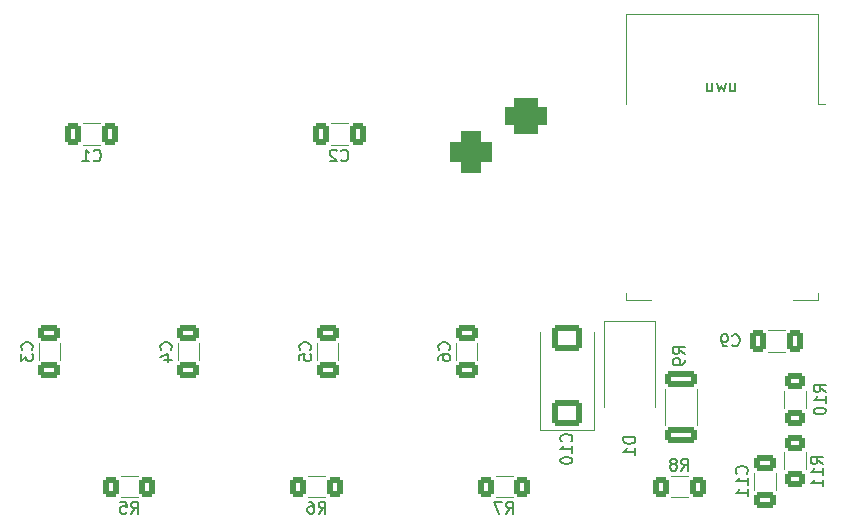
<source format=gbr>
%TF.GenerationSoftware,KiCad,Pcbnew,7.0.5*%
%TF.CreationDate,2023-07-03T19:11:47+08:00*%
%TF.ProjectId,raspnixie-kicad,72617370-6e69-4786-9965-2d6b69636164,rev?*%
%TF.SameCoordinates,Original*%
%TF.FileFunction,Legend,Bot*%
%TF.FilePolarity,Positive*%
%FSLAX46Y46*%
G04 Gerber Fmt 4.6, Leading zero omitted, Abs format (unit mm)*
G04 Created by KiCad (PCBNEW 7.0.5) date 2023-07-03 19:11:47*
%MOMM*%
%LPD*%
G01*
G04 APERTURE LIST*
G04 Aperture macros list*
%AMRoundRect*
0 Rectangle with rounded corners*
0 $1 Rounding radius*
0 $2 $3 $4 $5 $6 $7 $8 $9 X,Y pos of 4 corners*
0 Add a 4 corners polygon primitive as box body*
4,1,4,$2,$3,$4,$5,$6,$7,$8,$9,$2,$3,0*
0 Add four circle primitives for the rounded corners*
1,1,$1+$1,$2,$3*
1,1,$1+$1,$4,$5*
1,1,$1+$1,$6,$7*
1,1,$1+$1,$8,$9*
0 Add four rect primitives between the rounded corners*
20,1,$1+$1,$2,$3,$4,$5,0*
20,1,$1+$1,$4,$5,$6,$7,0*
20,1,$1+$1,$6,$7,$8,$9,0*
20,1,$1+$1,$8,$9,$2,$3,0*%
G04 Aperture macros list end*
%ADD10C,0.150000*%
%ADD11C,0.120000*%
%ADD12C,0.800000*%
%ADD13C,5.400000*%
%ADD14C,1.600000*%
%ADD15R,2.000000X2.000000*%
%ADD16C,2.000000*%
%ADD17R,1.600000X2.400000*%
%ADD18O,1.600000X2.400000*%
%ADD19R,2.400000X1.600000*%
%ADD20O,2.400000X1.600000*%
%ADD21R,2.000000X1.905000*%
%ADD22O,2.000000X1.905000*%
%ADD23R,3.500000X3.500000*%
%ADD24RoundRect,0.750000X-1.000000X0.750000X-1.000000X-0.750000X1.000000X-0.750000X1.000000X0.750000X0*%
%ADD25RoundRect,0.875000X-0.875000X0.875000X-0.875000X-0.875000X0.875000X-0.875000X0.875000X0.875000X0*%
%ADD26RoundRect,0.250000X-0.625000X0.400000X-0.625000X-0.400000X0.625000X-0.400000X0.625000X0.400000X0*%
%ADD27RoundRect,0.250000X-0.400000X-0.625000X0.400000X-0.625000X0.400000X0.625000X-0.400000X0.625000X0*%
%ADD28RoundRect,0.250000X0.400000X0.625000X-0.400000X0.625000X-0.400000X-0.625000X0.400000X-0.625000X0*%
%ADD29R,2.300000X3.500000*%
%ADD30R,2.500000X1.000000*%
%ADD31R,1.000000X1.800000*%
%ADD32RoundRect,0.250000X0.412500X0.650000X-0.412500X0.650000X-0.412500X-0.650000X0.412500X-0.650000X0*%
%ADD33RoundRect,0.250000X-0.650000X0.412500X-0.650000X-0.412500X0.650000X-0.412500X0.650000X0.412500X0*%
%ADD34RoundRect,0.249999X-1.075001X0.450001X-1.075001X-0.450001X1.075001X-0.450001X1.075001X0.450001X0*%
%ADD35RoundRect,0.250000X1.025000X-0.875000X1.025000X0.875000X-1.025000X0.875000X-1.025000X-0.875000X0*%
%ADD36RoundRect,0.250000X-0.412500X-0.650000X0.412500X-0.650000X0.412500X0.650000X-0.412500X0.650000X0*%
G04 APERTURE END LIST*
D10*
X127126904Y-39920152D02*
X127126904Y-40586819D01*
X127555475Y-39920152D02*
X127555475Y-40443961D01*
X127555475Y-40443961D02*
X127507856Y-40539200D01*
X127507856Y-40539200D02*
X127412618Y-40586819D01*
X127412618Y-40586819D02*
X127269761Y-40586819D01*
X127269761Y-40586819D02*
X127174523Y-40539200D01*
X127174523Y-40539200D02*
X127126904Y-40491580D01*
X126745951Y-39920152D02*
X126555475Y-40586819D01*
X126555475Y-40586819D02*
X126364999Y-40110628D01*
X126364999Y-40110628D02*
X126174523Y-40586819D01*
X126174523Y-40586819D02*
X125984047Y-39920152D01*
X125174523Y-39920152D02*
X125174523Y-40586819D01*
X125603094Y-39920152D02*
X125603094Y-40443961D01*
X125603094Y-40443961D02*
X125555475Y-40539200D01*
X125555475Y-40539200D02*
X125460237Y-40586819D01*
X125460237Y-40586819D02*
X125317380Y-40586819D01*
X125317380Y-40586819D02*
X125222142Y-40539200D01*
X125222142Y-40539200D02*
X125174523Y-40491580D01*
%TO.C,R10*%
X135201819Y-66032142D02*
X134725628Y-65698809D01*
X135201819Y-65460714D02*
X134201819Y-65460714D01*
X134201819Y-65460714D02*
X134201819Y-65841666D01*
X134201819Y-65841666D02*
X134249438Y-65936904D01*
X134249438Y-65936904D02*
X134297057Y-65984523D01*
X134297057Y-65984523D02*
X134392295Y-66032142D01*
X134392295Y-66032142D02*
X134535152Y-66032142D01*
X134535152Y-66032142D02*
X134630390Y-65984523D01*
X134630390Y-65984523D02*
X134678009Y-65936904D01*
X134678009Y-65936904D02*
X134725628Y-65841666D01*
X134725628Y-65841666D02*
X134725628Y-65460714D01*
X135201819Y-66984523D02*
X135201819Y-66413095D01*
X135201819Y-66698809D02*
X134201819Y-66698809D01*
X134201819Y-66698809D02*
X134344676Y-66603571D01*
X134344676Y-66603571D02*
X134439914Y-66508333D01*
X134439914Y-66508333D02*
X134487533Y-66413095D01*
X134201819Y-67603571D02*
X134201819Y-67698809D01*
X134201819Y-67698809D02*
X134249438Y-67794047D01*
X134249438Y-67794047D02*
X134297057Y-67841666D01*
X134297057Y-67841666D02*
X134392295Y-67889285D01*
X134392295Y-67889285D02*
X134582771Y-67936904D01*
X134582771Y-67936904D02*
X134820866Y-67936904D01*
X134820866Y-67936904D02*
X135011342Y-67889285D01*
X135011342Y-67889285D02*
X135106580Y-67841666D01*
X135106580Y-67841666D02*
X135154200Y-67794047D01*
X135154200Y-67794047D02*
X135201819Y-67698809D01*
X135201819Y-67698809D02*
X135201819Y-67603571D01*
X135201819Y-67603571D02*
X135154200Y-67508333D01*
X135154200Y-67508333D02*
X135106580Y-67460714D01*
X135106580Y-67460714D02*
X135011342Y-67413095D01*
X135011342Y-67413095D02*
X134820866Y-67365476D01*
X134820866Y-67365476D02*
X134582771Y-67365476D01*
X134582771Y-67365476D02*
X134392295Y-67413095D01*
X134392295Y-67413095D02*
X134297057Y-67460714D01*
X134297057Y-67460714D02*
X134249438Y-67508333D01*
X134249438Y-67508333D02*
X134201819Y-67603571D01*
%TO.C,R5*%
X76393743Y-76342896D02*
X76727076Y-75866705D01*
X76965171Y-76342896D02*
X76965171Y-75342896D01*
X76965171Y-75342896D02*
X76584219Y-75342896D01*
X76584219Y-75342896D02*
X76488981Y-75390515D01*
X76488981Y-75390515D02*
X76441362Y-75438134D01*
X76441362Y-75438134D02*
X76393743Y-75533372D01*
X76393743Y-75533372D02*
X76393743Y-75676229D01*
X76393743Y-75676229D02*
X76441362Y-75771467D01*
X76441362Y-75771467D02*
X76488981Y-75819086D01*
X76488981Y-75819086D02*
X76584219Y-75866705D01*
X76584219Y-75866705D02*
X76965171Y-75866705D01*
X75488981Y-75342896D02*
X75965171Y-75342896D01*
X75965171Y-75342896D02*
X76012790Y-75819086D01*
X76012790Y-75819086D02*
X75965171Y-75771467D01*
X75965171Y-75771467D02*
X75869933Y-75723848D01*
X75869933Y-75723848D02*
X75631838Y-75723848D01*
X75631838Y-75723848D02*
X75536600Y-75771467D01*
X75536600Y-75771467D02*
X75488981Y-75819086D01*
X75488981Y-75819086D02*
X75441362Y-75914324D01*
X75441362Y-75914324D02*
X75441362Y-76152419D01*
X75441362Y-76152419D02*
X75488981Y-76247657D01*
X75488981Y-76247657D02*
X75536600Y-76295277D01*
X75536600Y-76295277D02*
X75631838Y-76342896D01*
X75631838Y-76342896D02*
X75869933Y-76342896D01*
X75869933Y-76342896D02*
X75965171Y-76295277D01*
X75965171Y-76295277D02*
X76012790Y-76247657D01*
%TO.C,R11*%
X134947819Y-72128142D02*
X134471628Y-71794809D01*
X134947819Y-71556714D02*
X133947819Y-71556714D01*
X133947819Y-71556714D02*
X133947819Y-71937666D01*
X133947819Y-71937666D02*
X133995438Y-72032904D01*
X133995438Y-72032904D02*
X134043057Y-72080523D01*
X134043057Y-72080523D02*
X134138295Y-72128142D01*
X134138295Y-72128142D02*
X134281152Y-72128142D01*
X134281152Y-72128142D02*
X134376390Y-72080523D01*
X134376390Y-72080523D02*
X134424009Y-72032904D01*
X134424009Y-72032904D02*
X134471628Y-71937666D01*
X134471628Y-71937666D02*
X134471628Y-71556714D01*
X134947819Y-73080523D02*
X134947819Y-72509095D01*
X134947819Y-72794809D02*
X133947819Y-72794809D01*
X133947819Y-72794809D02*
X134090676Y-72699571D01*
X134090676Y-72699571D02*
X134185914Y-72604333D01*
X134185914Y-72604333D02*
X134233533Y-72509095D01*
X134947819Y-74032904D02*
X134947819Y-73461476D01*
X134947819Y-73747190D02*
X133947819Y-73747190D01*
X133947819Y-73747190D02*
X134090676Y-73651952D01*
X134090676Y-73651952D02*
X134185914Y-73556714D01*
X134185914Y-73556714D02*
X134233533Y-73461476D01*
%TO.C,R8*%
X122975666Y-72702896D02*
X123308999Y-72226705D01*
X123547094Y-72702896D02*
X123547094Y-71702896D01*
X123547094Y-71702896D02*
X123166142Y-71702896D01*
X123166142Y-71702896D02*
X123070904Y-71750515D01*
X123070904Y-71750515D02*
X123023285Y-71798134D01*
X123023285Y-71798134D02*
X122975666Y-71893372D01*
X122975666Y-71893372D02*
X122975666Y-72036229D01*
X122975666Y-72036229D02*
X123023285Y-72131467D01*
X123023285Y-72131467D02*
X123070904Y-72179086D01*
X123070904Y-72179086D02*
X123166142Y-72226705D01*
X123166142Y-72226705D02*
X123547094Y-72226705D01*
X122404237Y-72131467D02*
X122499475Y-72083848D01*
X122499475Y-72083848D02*
X122547094Y-72036229D01*
X122547094Y-72036229D02*
X122594713Y-71940991D01*
X122594713Y-71940991D02*
X122594713Y-71893372D01*
X122594713Y-71893372D02*
X122547094Y-71798134D01*
X122547094Y-71798134D02*
X122499475Y-71750515D01*
X122499475Y-71750515D02*
X122404237Y-71702896D01*
X122404237Y-71702896D02*
X122213761Y-71702896D01*
X122213761Y-71702896D02*
X122118523Y-71750515D01*
X122118523Y-71750515D02*
X122070904Y-71798134D01*
X122070904Y-71798134D02*
X122023285Y-71893372D01*
X122023285Y-71893372D02*
X122023285Y-71940991D01*
X122023285Y-71940991D02*
X122070904Y-72036229D01*
X122070904Y-72036229D02*
X122118523Y-72083848D01*
X122118523Y-72083848D02*
X122213761Y-72131467D01*
X122213761Y-72131467D02*
X122404237Y-72131467D01*
X122404237Y-72131467D02*
X122499475Y-72179086D01*
X122499475Y-72179086D02*
X122547094Y-72226705D01*
X122547094Y-72226705D02*
X122594713Y-72321943D01*
X122594713Y-72321943D02*
X122594713Y-72512419D01*
X122594713Y-72512419D02*
X122547094Y-72607657D01*
X122547094Y-72607657D02*
X122499475Y-72655277D01*
X122499475Y-72655277D02*
X122404237Y-72702896D01*
X122404237Y-72702896D02*
X122213761Y-72702896D01*
X122213761Y-72702896D02*
X122118523Y-72655277D01*
X122118523Y-72655277D02*
X122070904Y-72607657D01*
X122070904Y-72607657D02*
X122023285Y-72512419D01*
X122023285Y-72512419D02*
X122023285Y-72321943D01*
X122023285Y-72321943D02*
X122070904Y-72226705D01*
X122070904Y-72226705D02*
X122118523Y-72179086D01*
X122118523Y-72179086D02*
X122213761Y-72131467D01*
%TO.C,R7*%
X108143743Y-76342896D02*
X108477076Y-75866705D01*
X108715171Y-76342896D02*
X108715171Y-75342896D01*
X108715171Y-75342896D02*
X108334219Y-75342896D01*
X108334219Y-75342896D02*
X108238981Y-75390515D01*
X108238981Y-75390515D02*
X108191362Y-75438134D01*
X108191362Y-75438134D02*
X108143743Y-75533372D01*
X108143743Y-75533372D02*
X108143743Y-75676229D01*
X108143743Y-75676229D02*
X108191362Y-75771467D01*
X108191362Y-75771467D02*
X108238981Y-75819086D01*
X108238981Y-75819086D02*
X108334219Y-75866705D01*
X108334219Y-75866705D02*
X108715171Y-75866705D01*
X107810409Y-75342896D02*
X107143743Y-75342896D01*
X107143743Y-75342896D02*
X107572314Y-76342896D01*
%TO.C,D1*%
X119072819Y-69873905D02*
X118072819Y-69873905D01*
X118072819Y-69873905D02*
X118072819Y-70112000D01*
X118072819Y-70112000D02*
X118120438Y-70254857D01*
X118120438Y-70254857D02*
X118215676Y-70350095D01*
X118215676Y-70350095D02*
X118310914Y-70397714D01*
X118310914Y-70397714D02*
X118501390Y-70445333D01*
X118501390Y-70445333D02*
X118644247Y-70445333D01*
X118644247Y-70445333D02*
X118834723Y-70397714D01*
X118834723Y-70397714D02*
X118929961Y-70350095D01*
X118929961Y-70350095D02*
X119025200Y-70254857D01*
X119025200Y-70254857D02*
X119072819Y-70112000D01*
X119072819Y-70112000D02*
X119072819Y-69873905D01*
X119072819Y-71397714D02*
X119072819Y-70826286D01*
X119072819Y-71112000D02*
X118072819Y-71112000D01*
X118072819Y-71112000D02*
X118215676Y-71016762D01*
X118215676Y-71016762D02*
X118310914Y-70921524D01*
X118310914Y-70921524D02*
X118358533Y-70826286D01*
%TO.C,C9*%
X127293666Y-62081580D02*
X127341285Y-62129200D01*
X127341285Y-62129200D02*
X127484142Y-62176819D01*
X127484142Y-62176819D02*
X127579380Y-62176819D01*
X127579380Y-62176819D02*
X127722237Y-62129200D01*
X127722237Y-62129200D02*
X127817475Y-62033961D01*
X127817475Y-62033961D02*
X127865094Y-61938723D01*
X127865094Y-61938723D02*
X127912713Y-61748247D01*
X127912713Y-61748247D02*
X127912713Y-61605390D01*
X127912713Y-61605390D02*
X127865094Y-61414914D01*
X127865094Y-61414914D02*
X127817475Y-61319676D01*
X127817475Y-61319676D02*
X127722237Y-61224438D01*
X127722237Y-61224438D02*
X127579380Y-61176819D01*
X127579380Y-61176819D02*
X127484142Y-61176819D01*
X127484142Y-61176819D02*
X127341285Y-61224438D01*
X127341285Y-61224438D02*
X127293666Y-61272057D01*
X126817475Y-62176819D02*
X126626999Y-62176819D01*
X126626999Y-62176819D02*
X126531761Y-62129200D01*
X126531761Y-62129200D02*
X126484142Y-62081580D01*
X126484142Y-62081580D02*
X126388904Y-61938723D01*
X126388904Y-61938723D02*
X126341285Y-61748247D01*
X126341285Y-61748247D02*
X126341285Y-61367295D01*
X126341285Y-61367295D02*
X126388904Y-61272057D01*
X126388904Y-61272057D02*
X126436523Y-61224438D01*
X126436523Y-61224438D02*
X126531761Y-61176819D01*
X126531761Y-61176819D02*
X126722237Y-61176819D01*
X126722237Y-61176819D02*
X126817475Y-61224438D01*
X126817475Y-61224438D02*
X126865094Y-61272057D01*
X126865094Y-61272057D02*
X126912713Y-61367295D01*
X126912713Y-61367295D02*
X126912713Y-61605390D01*
X126912713Y-61605390D02*
X126865094Y-61700628D01*
X126865094Y-61700628D02*
X126817475Y-61748247D01*
X126817475Y-61748247D02*
X126722237Y-61795866D01*
X126722237Y-61795866D02*
X126531761Y-61795866D01*
X126531761Y-61795866D02*
X126436523Y-61748247D01*
X126436523Y-61748247D02*
X126388904Y-61700628D01*
X126388904Y-61700628D02*
X126341285Y-61605390D01*
%TO.C,C3*%
X67978580Y-62471410D02*
X68026200Y-62423791D01*
X68026200Y-62423791D02*
X68073819Y-62280934D01*
X68073819Y-62280934D02*
X68073819Y-62185696D01*
X68073819Y-62185696D02*
X68026200Y-62042839D01*
X68026200Y-62042839D02*
X67930961Y-61947601D01*
X67930961Y-61947601D02*
X67835723Y-61899982D01*
X67835723Y-61899982D02*
X67645247Y-61852363D01*
X67645247Y-61852363D02*
X67502390Y-61852363D01*
X67502390Y-61852363D02*
X67311914Y-61899982D01*
X67311914Y-61899982D02*
X67216676Y-61947601D01*
X67216676Y-61947601D02*
X67121438Y-62042839D01*
X67121438Y-62042839D02*
X67073819Y-62185696D01*
X67073819Y-62185696D02*
X67073819Y-62280934D01*
X67073819Y-62280934D02*
X67121438Y-62423791D01*
X67121438Y-62423791D02*
X67169057Y-62471410D01*
X67073819Y-62804744D02*
X67073819Y-63423791D01*
X67073819Y-63423791D02*
X67454771Y-63090458D01*
X67454771Y-63090458D02*
X67454771Y-63233315D01*
X67454771Y-63233315D02*
X67502390Y-63328553D01*
X67502390Y-63328553D02*
X67550009Y-63376172D01*
X67550009Y-63376172D02*
X67645247Y-63423791D01*
X67645247Y-63423791D02*
X67883342Y-63423791D01*
X67883342Y-63423791D02*
X67978580Y-63376172D01*
X67978580Y-63376172D02*
X68026200Y-63328553D01*
X68026200Y-63328553D02*
X68073819Y-63233315D01*
X68073819Y-63233315D02*
X68073819Y-62947601D01*
X68073819Y-62947601D02*
X68026200Y-62852363D01*
X68026200Y-62852363D02*
X67978580Y-62804744D01*
%TO.C,C4*%
X79756272Y-62471410D02*
X79803892Y-62423791D01*
X79803892Y-62423791D02*
X79851511Y-62280934D01*
X79851511Y-62280934D02*
X79851511Y-62185696D01*
X79851511Y-62185696D02*
X79803892Y-62042839D01*
X79803892Y-62042839D02*
X79708653Y-61947601D01*
X79708653Y-61947601D02*
X79613415Y-61899982D01*
X79613415Y-61899982D02*
X79422939Y-61852363D01*
X79422939Y-61852363D02*
X79280082Y-61852363D01*
X79280082Y-61852363D02*
X79089606Y-61899982D01*
X79089606Y-61899982D02*
X78994368Y-61947601D01*
X78994368Y-61947601D02*
X78899130Y-62042839D01*
X78899130Y-62042839D02*
X78851511Y-62185696D01*
X78851511Y-62185696D02*
X78851511Y-62280934D01*
X78851511Y-62280934D02*
X78899130Y-62423791D01*
X78899130Y-62423791D02*
X78946749Y-62471410D01*
X79184844Y-63328553D02*
X79851511Y-63328553D01*
X78803892Y-63090458D02*
X79518177Y-62852363D01*
X79518177Y-62852363D02*
X79518177Y-63471410D01*
%TO.C,C11*%
X128502580Y-72951565D02*
X128550200Y-72903946D01*
X128550200Y-72903946D02*
X128597819Y-72761089D01*
X128597819Y-72761089D02*
X128597819Y-72665851D01*
X128597819Y-72665851D02*
X128550200Y-72522994D01*
X128550200Y-72522994D02*
X128454961Y-72427756D01*
X128454961Y-72427756D02*
X128359723Y-72380137D01*
X128359723Y-72380137D02*
X128169247Y-72332518D01*
X128169247Y-72332518D02*
X128026390Y-72332518D01*
X128026390Y-72332518D02*
X127835914Y-72380137D01*
X127835914Y-72380137D02*
X127740676Y-72427756D01*
X127740676Y-72427756D02*
X127645438Y-72522994D01*
X127645438Y-72522994D02*
X127597819Y-72665851D01*
X127597819Y-72665851D02*
X127597819Y-72761089D01*
X127597819Y-72761089D02*
X127645438Y-72903946D01*
X127645438Y-72903946D02*
X127693057Y-72951565D01*
X128597819Y-73903946D02*
X128597819Y-73332518D01*
X128597819Y-73618232D02*
X127597819Y-73618232D01*
X127597819Y-73618232D02*
X127740676Y-73522994D01*
X127740676Y-73522994D02*
X127835914Y-73427756D01*
X127835914Y-73427756D02*
X127883533Y-73332518D01*
X128597819Y-74856327D02*
X128597819Y-74284899D01*
X128597819Y-74570613D02*
X127597819Y-74570613D01*
X127597819Y-74570613D02*
X127740676Y-74475375D01*
X127740676Y-74475375D02*
X127835914Y-74380137D01*
X127835914Y-74380137D02*
X127883533Y-74284899D01*
%TO.C,R9*%
X123263819Y-62825333D02*
X122787628Y-62492000D01*
X123263819Y-62253905D02*
X122263819Y-62253905D01*
X122263819Y-62253905D02*
X122263819Y-62634857D01*
X122263819Y-62634857D02*
X122311438Y-62730095D01*
X122311438Y-62730095D02*
X122359057Y-62777714D01*
X122359057Y-62777714D02*
X122454295Y-62825333D01*
X122454295Y-62825333D02*
X122597152Y-62825333D01*
X122597152Y-62825333D02*
X122692390Y-62777714D01*
X122692390Y-62777714D02*
X122740009Y-62730095D01*
X122740009Y-62730095D02*
X122787628Y-62634857D01*
X122787628Y-62634857D02*
X122787628Y-62253905D01*
X123263819Y-63301524D02*
X123263819Y-63492000D01*
X123263819Y-63492000D02*
X123216200Y-63587238D01*
X123216200Y-63587238D02*
X123168580Y-63634857D01*
X123168580Y-63634857D02*
X123025723Y-63730095D01*
X123025723Y-63730095D02*
X122835247Y-63777714D01*
X122835247Y-63777714D02*
X122454295Y-63777714D01*
X122454295Y-63777714D02*
X122359057Y-63730095D01*
X122359057Y-63730095D02*
X122311438Y-63682476D01*
X122311438Y-63682476D02*
X122263819Y-63587238D01*
X122263819Y-63587238D02*
X122263819Y-63396762D01*
X122263819Y-63396762D02*
X122311438Y-63301524D01*
X122311438Y-63301524D02*
X122359057Y-63253905D01*
X122359057Y-63253905D02*
X122454295Y-63206286D01*
X122454295Y-63206286D02*
X122692390Y-63206286D01*
X122692390Y-63206286D02*
X122787628Y-63253905D01*
X122787628Y-63253905D02*
X122835247Y-63301524D01*
X122835247Y-63301524D02*
X122882866Y-63396762D01*
X122882866Y-63396762D02*
X122882866Y-63587238D01*
X122882866Y-63587238D02*
X122835247Y-63682476D01*
X122835247Y-63682476D02*
X122787628Y-63730095D01*
X122787628Y-63730095D02*
X122692390Y-63777714D01*
%TO.C,C6*%
X103311657Y-62471410D02*
X103359277Y-62423791D01*
X103359277Y-62423791D02*
X103406896Y-62280934D01*
X103406896Y-62280934D02*
X103406896Y-62185696D01*
X103406896Y-62185696D02*
X103359277Y-62042839D01*
X103359277Y-62042839D02*
X103264038Y-61947601D01*
X103264038Y-61947601D02*
X103168800Y-61899982D01*
X103168800Y-61899982D02*
X102978324Y-61852363D01*
X102978324Y-61852363D02*
X102835467Y-61852363D01*
X102835467Y-61852363D02*
X102644991Y-61899982D01*
X102644991Y-61899982D02*
X102549753Y-61947601D01*
X102549753Y-61947601D02*
X102454515Y-62042839D01*
X102454515Y-62042839D02*
X102406896Y-62185696D01*
X102406896Y-62185696D02*
X102406896Y-62280934D01*
X102406896Y-62280934D02*
X102454515Y-62423791D01*
X102454515Y-62423791D02*
X102502134Y-62471410D01*
X102406896Y-63328553D02*
X102406896Y-63138077D01*
X102406896Y-63138077D02*
X102454515Y-63042839D01*
X102454515Y-63042839D02*
X102502134Y-62995220D01*
X102502134Y-62995220D02*
X102644991Y-62899982D01*
X102644991Y-62899982D02*
X102835467Y-62852363D01*
X102835467Y-62852363D02*
X103216419Y-62852363D01*
X103216419Y-62852363D02*
X103311657Y-62899982D01*
X103311657Y-62899982D02*
X103359277Y-62947601D01*
X103359277Y-62947601D02*
X103406896Y-63042839D01*
X103406896Y-63042839D02*
X103406896Y-63233315D01*
X103406896Y-63233315D02*
X103359277Y-63328553D01*
X103359277Y-63328553D02*
X103311657Y-63376172D01*
X103311657Y-63376172D02*
X103216419Y-63423791D01*
X103216419Y-63423791D02*
X102978324Y-63423791D01*
X102978324Y-63423791D02*
X102883086Y-63376172D01*
X102883086Y-63376172D02*
X102835467Y-63328553D01*
X102835467Y-63328553D02*
X102787848Y-63233315D01*
X102787848Y-63233315D02*
X102787848Y-63042839D01*
X102787848Y-63042839D02*
X102835467Y-62947601D01*
X102835467Y-62947601D02*
X102883086Y-62899982D01*
X102883086Y-62899982D02*
X102978324Y-62852363D01*
%TO.C,R6*%
X92268743Y-76342896D02*
X92602076Y-75866705D01*
X92840171Y-76342896D02*
X92840171Y-75342896D01*
X92840171Y-75342896D02*
X92459219Y-75342896D01*
X92459219Y-75342896D02*
X92363981Y-75390515D01*
X92363981Y-75390515D02*
X92316362Y-75438134D01*
X92316362Y-75438134D02*
X92268743Y-75533372D01*
X92268743Y-75533372D02*
X92268743Y-75676229D01*
X92268743Y-75676229D02*
X92316362Y-75771467D01*
X92316362Y-75771467D02*
X92363981Y-75819086D01*
X92363981Y-75819086D02*
X92459219Y-75866705D01*
X92459219Y-75866705D02*
X92840171Y-75866705D01*
X91411600Y-75342896D02*
X91602076Y-75342896D01*
X91602076Y-75342896D02*
X91697314Y-75390515D01*
X91697314Y-75390515D02*
X91744933Y-75438134D01*
X91744933Y-75438134D02*
X91840171Y-75580991D01*
X91840171Y-75580991D02*
X91887790Y-75771467D01*
X91887790Y-75771467D02*
X91887790Y-76152419D01*
X91887790Y-76152419D02*
X91840171Y-76247657D01*
X91840171Y-76247657D02*
X91792552Y-76295277D01*
X91792552Y-76295277D02*
X91697314Y-76342896D01*
X91697314Y-76342896D02*
X91506838Y-76342896D01*
X91506838Y-76342896D02*
X91411600Y-76295277D01*
X91411600Y-76295277D02*
X91363981Y-76247657D01*
X91363981Y-76247657D02*
X91316362Y-76152419D01*
X91316362Y-76152419D02*
X91316362Y-75914324D01*
X91316362Y-75914324D02*
X91363981Y-75819086D01*
X91363981Y-75819086D02*
X91411600Y-75771467D01*
X91411600Y-75771467D02*
X91506838Y-75723848D01*
X91506838Y-75723848D02*
X91697314Y-75723848D01*
X91697314Y-75723848D02*
X91792552Y-75771467D01*
X91792552Y-75771467D02*
X91840171Y-75819086D01*
X91840171Y-75819086D02*
X91887790Y-75914324D01*
%TO.C,C10*%
X113643580Y-70223142D02*
X113691200Y-70175523D01*
X113691200Y-70175523D02*
X113738819Y-70032666D01*
X113738819Y-70032666D02*
X113738819Y-69937428D01*
X113738819Y-69937428D02*
X113691200Y-69794571D01*
X113691200Y-69794571D02*
X113595961Y-69699333D01*
X113595961Y-69699333D02*
X113500723Y-69651714D01*
X113500723Y-69651714D02*
X113310247Y-69604095D01*
X113310247Y-69604095D02*
X113167390Y-69604095D01*
X113167390Y-69604095D02*
X112976914Y-69651714D01*
X112976914Y-69651714D02*
X112881676Y-69699333D01*
X112881676Y-69699333D02*
X112786438Y-69794571D01*
X112786438Y-69794571D02*
X112738819Y-69937428D01*
X112738819Y-69937428D02*
X112738819Y-70032666D01*
X112738819Y-70032666D02*
X112786438Y-70175523D01*
X112786438Y-70175523D02*
X112834057Y-70223142D01*
X113738819Y-71175523D02*
X113738819Y-70604095D01*
X113738819Y-70889809D02*
X112738819Y-70889809D01*
X112738819Y-70889809D02*
X112881676Y-70794571D01*
X112881676Y-70794571D02*
X112976914Y-70699333D01*
X112976914Y-70699333D02*
X113024533Y-70604095D01*
X112738819Y-71794571D02*
X112738819Y-71889809D01*
X112738819Y-71889809D02*
X112786438Y-71985047D01*
X112786438Y-71985047D02*
X112834057Y-72032666D01*
X112834057Y-72032666D02*
X112929295Y-72080285D01*
X112929295Y-72080285D02*
X113119771Y-72127904D01*
X113119771Y-72127904D02*
X113357866Y-72127904D01*
X113357866Y-72127904D02*
X113548342Y-72080285D01*
X113548342Y-72080285D02*
X113643580Y-72032666D01*
X113643580Y-72032666D02*
X113691200Y-71985047D01*
X113691200Y-71985047D02*
X113738819Y-71889809D01*
X113738819Y-71889809D02*
X113738819Y-71794571D01*
X113738819Y-71794571D02*
X113691200Y-71699333D01*
X113691200Y-71699333D02*
X113643580Y-71651714D01*
X113643580Y-71651714D02*
X113548342Y-71604095D01*
X113548342Y-71604095D02*
X113357866Y-71556476D01*
X113357866Y-71556476D02*
X113119771Y-71556476D01*
X113119771Y-71556476D02*
X112929295Y-71604095D01*
X112929295Y-71604095D02*
X112834057Y-71651714D01*
X112834057Y-71651714D02*
X112786438Y-71699333D01*
X112786438Y-71699333D02*
X112738819Y-71794571D01*
%TO.C,C2*%
X94173743Y-46432657D02*
X94221362Y-46480277D01*
X94221362Y-46480277D02*
X94364219Y-46527896D01*
X94364219Y-46527896D02*
X94459457Y-46527896D01*
X94459457Y-46527896D02*
X94602314Y-46480277D01*
X94602314Y-46480277D02*
X94697552Y-46385038D01*
X94697552Y-46385038D02*
X94745171Y-46289800D01*
X94745171Y-46289800D02*
X94792790Y-46099324D01*
X94792790Y-46099324D02*
X94792790Y-45956467D01*
X94792790Y-45956467D02*
X94745171Y-45765991D01*
X94745171Y-45765991D02*
X94697552Y-45670753D01*
X94697552Y-45670753D02*
X94602314Y-45575515D01*
X94602314Y-45575515D02*
X94459457Y-45527896D01*
X94459457Y-45527896D02*
X94364219Y-45527896D01*
X94364219Y-45527896D02*
X94221362Y-45575515D01*
X94221362Y-45575515D02*
X94173743Y-45623134D01*
X93792790Y-45623134D02*
X93745171Y-45575515D01*
X93745171Y-45575515D02*
X93649933Y-45527896D01*
X93649933Y-45527896D02*
X93411838Y-45527896D01*
X93411838Y-45527896D02*
X93316600Y-45575515D01*
X93316600Y-45575515D02*
X93268981Y-45623134D01*
X93268981Y-45623134D02*
X93221362Y-45718372D01*
X93221362Y-45718372D02*
X93221362Y-45813610D01*
X93221362Y-45813610D02*
X93268981Y-45956467D01*
X93268981Y-45956467D02*
X93840409Y-46527896D01*
X93840409Y-46527896D02*
X93221362Y-46527896D01*
%TO.C,C1*%
X73218743Y-46432657D02*
X73266362Y-46480277D01*
X73266362Y-46480277D02*
X73409219Y-46527896D01*
X73409219Y-46527896D02*
X73504457Y-46527896D01*
X73504457Y-46527896D02*
X73647314Y-46480277D01*
X73647314Y-46480277D02*
X73742552Y-46385038D01*
X73742552Y-46385038D02*
X73790171Y-46289800D01*
X73790171Y-46289800D02*
X73837790Y-46099324D01*
X73837790Y-46099324D02*
X73837790Y-45956467D01*
X73837790Y-45956467D02*
X73790171Y-45765991D01*
X73790171Y-45765991D02*
X73742552Y-45670753D01*
X73742552Y-45670753D02*
X73647314Y-45575515D01*
X73647314Y-45575515D02*
X73504457Y-45527896D01*
X73504457Y-45527896D02*
X73409219Y-45527896D01*
X73409219Y-45527896D02*
X73266362Y-45575515D01*
X73266362Y-45575515D02*
X73218743Y-45623134D01*
X72266362Y-46527896D02*
X72837790Y-46527896D01*
X72552076Y-46527896D02*
X72552076Y-45527896D01*
X72552076Y-45527896D02*
X72647314Y-45670753D01*
X72647314Y-45670753D02*
X72742552Y-45765991D01*
X72742552Y-45765991D02*
X72837790Y-45813610D01*
%TO.C,C5*%
X91533964Y-62471410D02*
X91581584Y-62423791D01*
X91581584Y-62423791D02*
X91629203Y-62280934D01*
X91629203Y-62280934D02*
X91629203Y-62185696D01*
X91629203Y-62185696D02*
X91581584Y-62042839D01*
X91581584Y-62042839D02*
X91486345Y-61947601D01*
X91486345Y-61947601D02*
X91391107Y-61899982D01*
X91391107Y-61899982D02*
X91200631Y-61852363D01*
X91200631Y-61852363D02*
X91057774Y-61852363D01*
X91057774Y-61852363D02*
X90867298Y-61899982D01*
X90867298Y-61899982D02*
X90772060Y-61947601D01*
X90772060Y-61947601D02*
X90676822Y-62042839D01*
X90676822Y-62042839D02*
X90629203Y-62185696D01*
X90629203Y-62185696D02*
X90629203Y-62280934D01*
X90629203Y-62280934D02*
X90676822Y-62423791D01*
X90676822Y-62423791D02*
X90724441Y-62471410D01*
X90629203Y-63376172D02*
X90629203Y-62899982D01*
X90629203Y-62899982D02*
X91105393Y-62852363D01*
X91105393Y-62852363D02*
X91057774Y-62899982D01*
X91057774Y-62899982D02*
X91010155Y-62995220D01*
X91010155Y-62995220D02*
X91010155Y-63233315D01*
X91010155Y-63233315D02*
X91057774Y-63328553D01*
X91057774Y-63328553D02*
X91105393Y-63376172D01*
X91105393Y-63376172D02*
X91200631Y-63423791D01*
X91200631Y-63423791D02*
X91438726Y-63423791D01*
X91438726Y-63423791D02*
X91533964Y-63376172D01*
X91533964Y-63376172D02*
X91581584Y-63328553D01*
X91581584Y-63328553D02*
X91629203Y-63233315D01*
X91629203Y-63233315D02*
X91629203Y-62995220D01*
X91629203Y-62995220D02*
X91581584Y-62899982D01*
X91581584Y-62899982D02*
X91533964Y-62852363D01*
D11*
%TO.C,R10*%
X133498000Y-65947936D02*
X133498000Y-67402064D01*
X131678000Y-65947936D02*
X131678000Y-67402064D01*
%TO.C,R5*%
X75500013Y-73158077D02*
X76954141Y-73158077D01*
X75500013Y-74978077D02*
X76954141Y-74978077D01*
%TO.C,R11*%
X133498000Y-71154936D02*
X133498000Y-72609064D01*
X131678000Y-71154936D02*
X131678000Y-72609064D01*
%TO.C,R8*%
X123536064Y-73158077D02*
X122081936Y-73158077D01*
X123536064Y-74978077D02*
X122081936Y-74978077D01*
%TO.C,R7*%
X107250013Y-74978077D02*
X108704141Y-74978077D01*
X107250013Y-73158077D02*
X108704141Y-73158077D01*
%TO.C,D1*%
X120768000Y-60043000D02*
X120768000Y-67343000D01*
X116468000Y-60043000D02*
X120768000Y-60043000D01*
X116468000Y-60043000D02*
X116468000Y-67343000D01*
%TO.C,U1*%
X134512077Y-58248077D02*
X134512077Y-57628077D01*
X134512077Y-41628077D02*
X135122077Y-41628077D01*
X134512077Y-41628077D02*
X134512077Y-34008077D01*
X132392077Y-58248077D02*
X134512077Y-58248077D01*
X118272077Y-34008077D02*
X118272077Y-41628077D01*
X118272077Y-58248077D02*
X120392077Y-58248077D01*
X134512077Y-34008077D02*
X118272077Y-34008077D01*
X118272077Y-57628077D02*
X118272077Y-58248077D01*
%TO.C,C9*%
X131775252Y-60812000D02*
X130352748Y-60812000D01*
X131775252Y-62632000D02*
X130352748Y-62632000D01*
%TO.C,C3*%
X68559000Y-61926825D02*
X68559000Y-63349329D01*
X70379000Y-61926825D02*
X70379000Y-63349329D01*
%TO.C,C4*%
X80336692Y-61926825D02*
X80336692Y-63349329D01*
X82156692Y-61926825D02*
X82156692Y-63349329D01*
%TO.C,C11*%
X130958000Y-72910248D02*
X130958000Y-74332752D01*
X129138000Y-72910248D02*
X129138000Y-74332752D01*
%TO.C,R9*%
X124296000Y-65795936D02*
X124296000Y-68850064D01*
X121576000Y-65795936D02*
X121576000Y-68850064D01*
%TO.C,C6*%
X105712077Y-61926825D02*
X105712077Y-63349329D01*
X103892077Y-61926825D02*
X103892077Y-63349329D01*
%TO.C,R6*%
X91375013Y-73158077D02*
X92829141Y-73158077D01*
X91375013Y-74978077D02*
X92829141Y-74978077D01*
%TO.C,C10*%
X115544000Y-60993000D02*
X115544000Y-69228000D01*
X115544000Y-69228000D02*
X111024000Y-69228000D01*
X111024000Y-69228000D02*
X111024000Y-60993000D01*
%TO.C,C2*%
X93295825Y-45133077D02*
X94718329Y-45133077D01*
X93295825Y-43313077D02*
X94718329Y-43313077D01*
%TO.C,C1*%
X72340825Y-43313077D02*
X73763329Y-43313077D01*
X72340825Y-45133077D02*
X73763329Y-45133077D01*
%TO.C,C5*%
X92114384Y-61926825D02*
X92114384Y-63349329D01*
X93934384Y-61926825D02*
X93934384Y-63349329D01*
%TD*%
%LPC*%
D12*
%TO.C,REF\u002A\u002A*%
X111598109Y-81118109D03*
X114461891Y-83981891D03*
X115055000Y-82550000D03*
X113030000Y-80525000D03*
X111005000Y-82550000D03*
X114461891Y-81118109D03*
X113030000Y-84575000D03*
D13*
X113030000Y-82550000D03*
D12*
X111598109Y-83981891D03*
%TD*%
%TO.C,REF\u002A\u002A*%
X74133109Y-83981891D03*
D13*
X75565000Y-82550000D03*
D12*
X75565000Y-84575000D03*
X76996891Y-81118109D03*
X73540000Y-82550000D03*
X75565000Y-80525000D03*
X77590000Y-82550000D03*
X76996891Y-83981891D03*
X74133109Y-81118109D03*
%TD*%
D14*
%TO.C,NX4*%
X118264077Y-84863077D03*
X125884077Y-84863077D03*
X118264077Y-79783077D03*
X125884077Y-79783077D03*
X125884077Y-82323077D03*
X118264077Y-82323077D03*
X120804077Y-84863077D03*
X120804077Y-87403077D03*
X120804077Y-79783077D03*
X120804077Y-77243077D03*
X123344077Y-77243077D03*
X123344077Y-79805773D03*
X123344077Y-82323077D03*
X123344077Y-84863077D03*
X123344077Y-87460432D03*
X120804077Y-82323077D03*
%TD*%
%TO.C,NX3*%
X99806743Y-84863077D03*
X107426743Y-84863077D03*
X99806743Y-79783077D03*
X107426743Y-79783077D03*
X107426743Y-82323077D03*
X99806743Y-82323077D03*
X102346743Y-84863077D03*
X102346743Y-87403077D03*
X102346743Y-79783077D03*
X102346743Y-77243077D03*
X104886743Y-77243077D03*
X104886743Y-79805773D03*
X104886743Y-82323077D03*
X104886743Y-84863077D03*
X104886743Y-87460432D03*
X102346743Y-82323077D03*
%TD*%
D15*
%TO.C,C14*%
X115851077Y-58701077D03*
D16*
X115851077Y-53701077D03*
%TD*%
D17*
%TO.C,U2*%
X65913000Y-48148000D03*
D18*
X68453000Y-48148000D03*
X70993000Y-48148000D03*
X73533000Y-48148000D03*
X76073000Y-48148000D03*
X78613000Y-48148000D03*
X81153000Y-48148000D03*
X81153000Y-40528000D03*
X78613000Y-40528000D03*
X76073000Y-40528000D03*
X73533000Y-40528000D03*
X70993000Y-40528000D03*
X68453000Y-40528000D03*
X65913000Y-40528000D03*
%TD*%
D19*
%TO.C,U5*%
X77597000Y-52705000D03*
D20*
X77597000Y-55245000D03*
X77597000Y-57785000D03*
X77597000Y-60325000D03*
X77597000Y-62865000D03*
X77597000Y-65405000D03*
X77597000Y-67945000D03*
X77597000Y-70485000D03*
X85217000Y-70485000D03*
X85217000Y-67945000D03*
X85217000Y-65405000D03*
X85217000Y-62865000D03*
X85217000Y-60325000D03*
X85217000Y-57785000D03*
X85217000Y-55245000D03*
X85217000Y-52705000D03*
%TD*%
D14*
%TO.C,NX2*%
X88969410Y-84863077D03*
X81349410Y-84863077D03*
X81349410Y-79783077D03*
X88969410Y-79783077D03*
X88969410Y-82323077D03*
X81349410Y-82323077D03*
X83889410Y-84863077D03*
X83889410Y-87403077D03*
X83889410Y-79783077D03*
X83889410Y-77243077D03*
X86429410Y-77243077D03*
X86429410Y-79805773D03*
X86429410Y-82323077D03*
X86429410Y-84863077D03*
X86429410Y-87460432D03*
X83889410Y-82323077D03*
%TD*%
D19*
%TO.C,U7*%
X100965000Y-52705000D03*
D20*
X100965000Y-55245000D03*
X100965000Y-57785000D03*
X100965000Y-60325000D03*
X100965000Y-62865000D03*
X100965000Y-65405000D03*
X100965000Y-67945000D03*
X100965000Y-70485000D03*
X108585000Y-70485000D03*
X108585000Y-67945000D03*
X108585000Y-65405000D03*
X108585000Y-62865000D03*
X108585000Y-60325000D03*
X108585000Y-57785000D03*
X108585000Y-55245000D03*
X108585000Y-52705000D03*
%TD*%
D14*
%TO.C,NX1*%
X65432077Y-82323077D03*
X67972077Y-87460432D03*
X67972077Y-84863077D03*
X67972077Y-82323077D03*
X67972077Y-79805773D03*
X67972077Y-77243077D03*
X65432077Y-77243077D03*
X65432077Y-79783077D03*
X65432077Y-87403077D03*
X65432077Y-84863077D03*
X62892077Y-82323077D03*
X70512077Y-82323077D03*
X70512077Y-79783077D03*
X62892077Y-79783077D03*
X62892077Y-84863077D03*
X70512077Y-84863077D03*
%TD*%
D21*
%TO.C,Q1*%
X127000000Y-69977000D03*
D22*
X127000000Y-67437000D03*
X127000000Y-64897000D03*
%TD*%
D19*
%TO.C,U4*%
X65659000Y-52705000D03*
D20*
X65659000Y-55245000D03*
X65659000Y-57785000D03*
X65659000Y-60325000D03*
X65659000Y-62865000D03*
X65659000Y-65405000D03*
X65659000Y-67945000D03*
X65659000Y-70485000D03*
X73279000Y-70485000D03*
X73279000Y-67945000D03*
X73279000Y-65405000D03*
X73279000Y-62865000D03*
X73279000Y-60325000D03*
X73279000Y-57785000D03*
X73279000Y-55245000D03*
X73279000Y-52705000D03*
%TD*%
D23*
%TO.C,J2*%
X109855000Y-48699077D03*
D24*
X109855000Y-42699077D03*
D25*
X105155000Y-45699077D03*
%TD*%
D19*
%TO.C,U6*%
X89281000Y-52705000D03*
D20*
X89281000Y-55245000D03*
X89281000Y-57785000D03*
X89281000Y-60325000D03*
X89281000Y-62865000D03*
X89281000Y-65405000D03*
X89281000Y-67945000D03*
X89281000Y-70485000D03*
X96901000Y-70485000D03*
X96901000Y-67945000D03*
X96901000Y-65405000D03*
X96901000Y-62865000D03*
X96901000Y-60325000D03*
X96901000Y-57785000D03*
X96901000Y-55245000D03*
X96901000Y-52705000D03*
%TD*%
D17*
%TO.C,U3*%
X85979000Y-48133000D03*
D18*
X88519000Y-48133000D03*
X91059000Y-48133000D03*
X93599000Y-48133000D03*
X96139000Y-48133000D03*
X98679000Y-48133000D03*
X101219000Y-48133000D03*
X101219000Y-40513000D03*
X98679000Y-40513000D03*
X96139000Y-40513000D03*
X93599000Y-40513000D03*
X91059000Y-40513000D03*
X88519000Y-40513000D03*
X85979000Y-40513000D03*
%TD*%
D26*
%TO.C,R10*%
X132588000Y-65125000D03*
X132588000Y-68225000D03*
%TD*%
D27*
%TO.C,R5*%
X74677077Y-74068077D03*
X77777077Y-74068077D03*
%TD*%
D26*
%TO.C,R11*%
X132588000Y-70332000D03*
X132588000Y-73432000D03*
%TD*%
D28*
%TO.C,R8*%
X124359000Y-74068077D03*
X121259000Y-74068077D03*
%TD*%
D27*
%TO.C,R7*%
X106427077Y-74068077D03*
X109527077Y-74068077D03*
%TD*%
D29*
%TO.C,D1*%
X118618000Y-61943000D03*
X118618000Y-67343000D03*
%TD*%
D30*
%TO.C,U1*%
X133992077Y-42628077D03*
X133992077Y-44628077D03*
X133992077Y-46628077D03*
X133992077Y-48628077D03*
X133992077Y-50628077D03*
X133992077Y-52628077D03*
X133992077Y-54628077D03*
X133992077Y-56628077D03*
D31*
X131392077Y-58128077D03*
X129392077Y-58128077D03*
X127392077Y-58128077D03*
X125392077Y-58128077D03*
X123392077Y-58128077D03*
X121392077Y-58128077D03*
D30*
X118792077Y-56628077D03*
X118792077Y-54628077D03*
X118792077Y-52628077D03*
X118792077Y-50628077D03*
X118792077Y-48628077D03*
X118792077Y-46628077D03*
X118792077Y-44628077D03*
X118792077Y-42628077D03*
%TD*%
D32*
%TO.C,C9*%
X132626500Y-61722000D03*
X129501500Y-61722000D03*
%TD*%
D33*
%TO.C,C3*%
X69469000Y-61075577D03*
X69469000Y-64200577D03*
%TD*%
%TO.C,C4*%
X81246692Y-61075577D03*
X81246692Y-64200577D03*
%TD*%
%TO.C,C11*%
X130048000Y-72059000D03*
X130048000Y-75184000D03*
%TD*%
D34*
%TO.C,R9*%
X122936000Y-64923000D03*
X122936000Y-69723000D03*
%TD*%
D33*
%TO.C,C6*%
X104802077Y-61075577D03*
X104802077Y-64200577D03*
%TD*%
D27*
%TO.C,R6*%
X90552077Y-74068077D03*
X93652077Y-74068077D03*
%TD*%
D35*
%TO.C,C10*%
X113284000Y-67843000D03*
X113284000Y-61443000D03*
%TD*%
D36*
%TO.C,C2*%
X92444577Y-44223077D03*
X95569577Y-44223077D03*
%TD*%
%TO.C,C1*%
X71489577Y-44223077D03*
X74614577Y-44223077D03*
%TD*%
D33*
%TO.C,C5*%
X93024384Y-61075577D03*
X93024384Y-64200577D03*
%TD*%
%LPD*%
M02*

</source>
